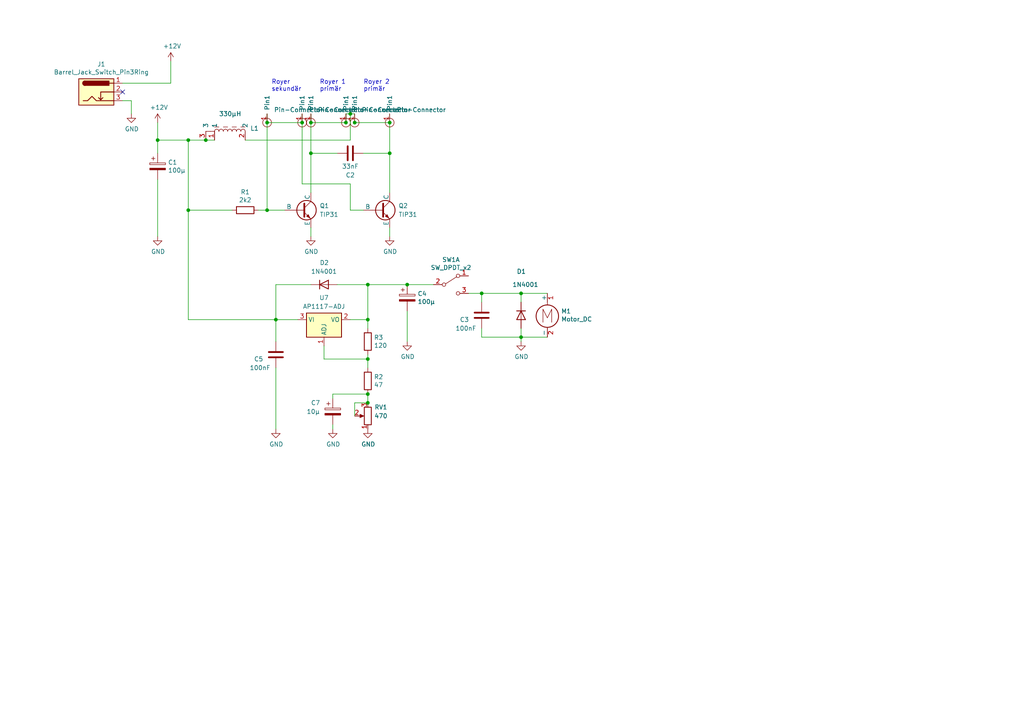
<source format=kicad_sch>
(kicad_sch (version 20230121) (generator eeschema)
  (paper "A4")
  (title_block (title "RD40_PS_V1") (date "2021-01-03") (rev "V1") (company "Ludwin Monz") (comment 1 "you may not use the material for commercial purposes") (comment 2 "you may use non-commercially, adapt, share alike") (comment 3 "https://creativecommons.org/licenses/by-nc-sa/4.0/") (comment 4 "License: Creative Commons Attribution-Non-Commercial (CC BY-NC-SA)"))
  (lib_symbols
    (symbol "Connector:Barrel_Jack_Switch_Pin3Ring" (pin_names hide)
      (property "Reference" "J" (at 0 5.334 0))
      (property "Value" "Barrel_Jack_Switch_Pin3Ring" (at 0 -5.08 0))
      (symbol "Barrel_Jack_Switch_Pin3Ring_0_1"
        (rectangle (start -5.08 3.81) (end 5.08 -3.81) (stroke (width 0.254)) (fill (type background)))
        (arc (start -3.302 3.175) (mid -3.9343 2.54) (end -3.302 1.905) (stroke (width 0.254)))
        (arc (start -3.302 3.175) (mid -3.9343 2.54) (end -3.302 1.905) (stroke (width 0.254)) (fill (type outline)))
        (polyline (pts (xy 1.27 -2.286) (xy 1.905 -1.651)) (stroke (width 0.254)))
        (polyline (pts (xy 5.08 2.54) (xy 3.81 2.54)) (stroke (width 0.254)))
        (polyline (pts (xy 5.08 0) (xy 1.27 0) (xy 1.27 -2.286) (xy 0.635 -1.651)) (stroke (width 0.254)))
        (polyline (pts (xy -3.81 -2.54) (xy -2.54 -2.54) (xy -1.27 -1.27) (xy 0 -2.54) (xy 2.54 -2.54) (xy 5.08 -2.54)) (stroke (width 0.254)))
        (rectangle (start 3.683 3.175) (end -3.302 1.905) (stroke (width 0.254)) (fill (type outline)))
      )
      (symbol "Barrel_Jack_Switch_Pin3Ring_1_1"
        (pin passive line (at 7.62 2.54 180) (length 2.54) (name "~") (number "1"))
        (pin passive line (at 7.62 0 180) (length 2.54) (name "~") (number "2"))
        (pin passive line (at 7.62 -2.54 180) (length 2.54) (name "~") (number "3"))
      )
    )
    (symbol "Device:C" (pin_numbers hide) (pin_names (offset 0.254))
      (property "Reference" "C" (at 0.635 2.54 0))
      (property "Value" "C" (at 0.635 -2.54 0))
      (symbol "C_0_1"
        (polyline (pts (xy -2.032 -0.762) (xy 2.032 -0.762)) (stroke (width 0.508)))
        (polyline (pts (xy -2.032 0.762) (xy 2.032 0.762)) (stroke (width 0.508)))
      )
      (symbol "C_1_1"
        (pin passive line (at 0 3.81 270) (length 2.794) (name "~") (number "1"))
        (pin passive line (at 0 -3.81 90) (length 2.794) (name "~") (number "2"))
      )
    )
    (symbol "Device:R" (pin_numbers hide) (pin_names (offset 0))
      (property "Reference" "R" (at 2.032 0 90))
      (property "Value" "R" (at 0 0 90))
      (symbol "R_0_1"
        (rectangle (start -1.016 -2.54) (end 1.016 2.54) (stroke (width 0.254)))
      )
      (symbol "R_1_1"
        (pin passive line (at 0 3.81 270) (length 1.27) (name "~") (number "1"))
        (pin passive line (at 0 -3.81 90) (length 1.27) (name "~") (number "2"))
      )
    )
    (symbol "Diode:1N4001" (pin_numbers hide) (pin_names hide)
      (property "Reference" "D" (at 0 2.54 0))
      (property "Value" "1N4001" (at 0 -2.54 0))
      (symbol "1N4001_0_1"
        (polyline (pts (xy -1.27 1.27) (xy -1.27 -1.27)) (stroke (width 0.254)))
        (polyline (pts (xy 1.27 0) (xy -1.27 0)))
        (polyline (pts (xy 1.27 1.27) (xy 1.27 -1.27) (xy -1.27 0) (xy 1.27 1.27)) (stroke (width 0.254)))
      )
      (symbol "1N4001_1_1"
        (pin passive line (at -3.81 0 0) (length 2.54) (name "K") (number "1"))
        (pin passive line (at 3.81 0 180) (length 2.54) (name "A") (number "2"))
      )
    )
    (symbol "Motor:Motor_DC" (pin_names (offset 0))
      (property "Reference" "M" (at 2.54 2.54 0))
      (property "Value" "Motor_DC" (at 2.54 -5.08 0))
      (symbol "Motor_DC_0_0"
        (polyline (pts (xy -1.27 -3.302) (xy -1.27 0.508) (xy 0 -2.032) (xy 1.27 0.508) (xy 1.27 -3.302)))
      )
      (symbol "Motor_DC_0_1"
        (circle (center 0 -1.524) (radius 3.2512) (stroke (width 0.254)))
        (polyline (pts (xy 0 -7.62) (xy 0 -7.112)))
        (polyline (pts (xy 0 -4.7752) (xy 0 -5.1816)))
        (polyline (pts (xy 0 1.7272) (xy 0 2.0828)))
        (polyline (pts (xy 0 2.032) (xy 0 2.54)))
      )
      (symbol "Motor_DC_1_1"
        (pin passive line (at 0 5.08 270) (length 2.54) (name "+") (number "1"))
        (pin passive line (at 0 -7.62 90) (length 2.54) (name "-") (number "2"))
      )
    )
    (symbol "RD40_PS_V1-rescue:CP-Device" (pin_numbers hide) (pin_names (offset 0.254))
      (property "Reference" "C" (at 0.635 2.54 0))
      (property "Value" "Device_CP" (at 0.635 -2.54 0))
      (symbol "CP-Device_0_1"
        (rectangle (start -2.286 0.508) (end 2.286 1.016))
        (polyline (pts (xy -1.778 2.286) (xy -0.762 2.286)))
        (polyline (pts (xy -1.27 2.794) (xy -1.27 1.778)))
        (rectangle (start 2.286 -0.508) (end -2.286 -1.016) (fill (type outline)))
      )
      (symbol "CP-Device_1_1"
        (pin passive line (at 0 3.81 270) (length 2.794) (name "~") (number "1"))
        (pin passive line (at 0 -3.81 90) (length 2.794) (name "~") (number "2"))
      )
    )
    (symbol "RD40_PS_V1-rescue:R_POT-Device" (pin_names (offset 1.016) hide)
      (property "Reference" "RV" (at -4.445 0 90))
      (property "Value" "Device_R_POT" (at -2.54 0 90))
      (symbol "R_POT-Device_0_1"
        (polyline (pts (xy 2.54 0) (xy 1.524 0)))
        (polyline (pts (xy 1.143 0) (xy 2.286 0.508) (xy 2.286 -0.508) (xy 1.143 0)) (fill (type outline)))
        (rectangle (start 1.016 2.54) (end -1.016 -2.54) (stroke (width 0.254)))
      )
      (symbol "R_POT-Device_1_1"
        (pin passive line (at 0 3.81 270) (length 1.27) (name "1") (number "1"))
        (pin passive line (at 3.81 0 180) (length 1.27) (name "2") (number "2"))
        (pin passive line (at 0 -3.81 90) (length 1.27) (name "3") (number "3"))
      )
    )
    (symbol "Regulator_Linear:AP1117-ADJ"
      (property "Reference" "U" (at -3.81 3.175 0))
      (property "Value" "AP1117-ADJ" (at 0 3.175 0))
      (symbol "AP1117-ADJ_0_1"
        (rectangle (start -5.08 -5.08) (end 5.08 1.905) (stroke (width 0.254)) (fill (type background)))
      )
      (symbol "AP1117-ADJ_1_1"
        (pin input line (at 0 -7.62 90) (length 2.54) (name "ADJ") (number "1"))
        (pin power_out line (at 7.62 0 180) (length 2.54) (name "VO") (number "2"))
        (pin power_in line (at -7.62 0 0) (length 2.54) (name "VI") (number "3"))
      )
    )
    (symbol "Simulation_SPICE:NPN" (pin_numbers hide) (pin_names (offset 0))
      (property "Reference" "Q" (at -2.54 7.62 0))
      (property "Value" "NPN" (at -2.54 5.08 0))
      (symbol "NPN_0_1"
        (polyline (pts (xy -2.54 0) (xy 0.635 0)) (stroke (width 0.1524)))
        (polyline (pts (xy 0.635 0.635) (xy 2.54 2.54)))
        (polyline (pts (xy 2.794 -1.27) (xy 2.794 -1.27)) (stroke (width 0.1524)))
        (polyline (pts (xy 2.794 -1.27) (xy 2.794 -1.27)) (stroke (width 0.1524)))
        (polyline (pts (xy 0.635 -0.635) (xy 2.54 -2.54) (xy 2.54 -2.54)))
        (polyline (pts (xy 0.635 1.905) (xy 0.635 -1.905) (xy 0.635 -1.905)) (stroke (width 0.508)))
        (polyline (pts (xy 1.27 -1.778) (xy 1.778 -1.27) (xy 2.286 -2.286) (xy 1.27 -1.778) (xy 1.27 -1.778)) (fill (type outline)))
        (circle (center 1.27 0) (radius 2.8194) (stroke (width 0.254)))
      )
      (symbol "NPN_1_1"
        (pin open_collector line (at 2.54 5.08 270) (length 2.54) (name "C") (number "1"))
        (pin input line (at -5.08 0 0) (length 2.54) (name "B") (number "2"))
        (pin open_emitter line (at 2.54 -5.08 90) (length 2.54) (name "E") (number "3"))
      )
    )
    (symbol "Switch:SW_DPDT_x2" (pin_names (offset 0) hide)
      (property "Reference" "SW" (at 0 4.318 0))
      (property "Value" "SW_DPDT_x2" (at 0 -5.08 0))
      (symbol "SW_DPDT_x2_0_0"
        (circle (center -2.032 0) (radius 0.508))
        (circle (center 2.032 -2.54) (radius 0.508))
      )
      (symbol "SW_DPDT_x2_0_1"
        (polyline (pts (xy -1.524 0.254) (xy 1.651 2.286)))
        (circle (center 2.032 2.54) (radius 0.508))
      )
      (symbol "SW_DPDT_x2_1_1"
        (pin passive line (at 5.08 2.54 180) (length 2.54) (name "A") (number "1"))
        (pin passive line (at -5.08 0 0) (length 2.54) (name "B") (number "2"))
        (pin passive line (at 5.08 -2.54 180) (length 2.54) (name "C") (number "3"))
      )
      (symbol "SW_DPDT_x2_2_1"
        (pin passive line (at 5.08 2.54 180) (length 2.54) (name "A") (number "4"))
        (pin passive line (at -5.08 0 0) (length 2.54) (name "B") (number "5"))
        (pin passive line (at 5.08 -2.54 180) (length 2.54) (name "C") (number "6"))
      )
    )
    (symbol "my_symbols:Pin-Connector" (pin_names (offset 1.016))
      (property "Value" "Pin-Connector" (at 0 0 0))
      (symbol "Pin-Connector_0_1"
        (circle (center 0 -2.54) (radius 1.27))
      )
      (symbol "Pin-Connector_1_1"
        (pin input line (at 0 -2.54 0) (length 2.54) (name "Pin1") (number "1"))
      )
    )
    (symbol "my_symbols:coil_2size" (pin_names (offset 1.016))
      (property "Reference" "L" (at 7.62 3.81 0))
      (property "Value" "coil_2size" (at 0 3.81 0))
      (symbol "coil_2size_0_1"
        (arc (start -1.27 0) (mid -1.905 0.6323) (end -2.54 0))
        (arc (start -1.27 0) (mid -1.27 0) (end -1.27 0))
        (arc (start 0 0) (mid -0.635 0.6323) (end -1.27 0))
        (polyline (pts (xy -5.08 0) (xy -3.81 0)))
        (polyline (pts (xy -3.81 0) (xy -2.54 0)))
        (polyline (pts (xy -2.54 1.27) (xy -1.27 1.27)))
        (polyline (pts (xy 0 1.27) (xy 1.27 1.27)))
        (polyline (pts (xy 2.54 1.27) (xy 3.81 1.27)))
        (polyline (pts (xy 5.08 1.27) (xy 6.35 1.27)))
        (arc (start 1.27 0) (mid 0.635 0.6323) (end 0 0))
        (arc (start 2.54 0) (mid 1.905 0.6323) (end 1.27 0))
        (arc (start 3.81 0) (mid 3.175 0.6323) (end 2.54 0))
        (arc (start 5.08 0) (mid 4.445 0.6323) (end 3.81 0))
        (arc (start 6.35 0) (mid 5.715 0.6323) (end 5.08 0))
      )
      (symbol "coil_2size_1_1"
        (pin input line (at -2.54 -2.54 90) (length 2.54) (name "1") (number "1"))
        (pin input line (at 6.35 -2.54 90) (length 2.54) (name "2") (number "2"))
        (pin input line (at -5.08 -2.54 90) (length 2.54) (name "3") (number "3"))
      )
    )
    (symbol "power:+12V" (power) (pin_names (offset 0))
      (property "Value" "+12V" (at 0 3.556 0))
      (symbol "+12V_0_1"
        (polyline (pts (xy -0.762 1.27) (xy 0 2.54)))
        (polyline (pts (xy 0 0) (xy 0 2.54)))
        (polyline (pts (xy 0 2.54) (xy 0.762 1.27)))
      )
      (symbol "+12V_1_1"
        (pin power_in line (at 0 0 90) (length 0) hide (name "+12V") (number "1"))
      )
    )
    (symbol "power:GND" (power) (pin_names (offset 0))
      (property "Value" "GND" (at 0 -3.81 0))
      (symbol "GND_0_1"
        (polyline (pts (xy 0 0) (xy 0 -1.27) (xy 1.27 -1.27) (xy 0 -2.54) (xy -1.27 -1.27) (xy 0 -1.27)))
      )
      (symbol "GND_1_1"
        (pin power_in line (at 0 0 270) (length 0) hide (name "GND") (number "1"))
      )
    )
  )
  (junction (at 106.68 82.55))
  (junction (at 118.11 82.55))
  (junction (at 106.68 92.71))
  (junction (at 101.6 33.02))
  (junction (at 151.13 97.79))
  (junction (at 77.47 60.96))
  (junction (at 139.7 85.09))
  (junction (at 54.61 60.96))
  (junction (at 106.68 114.3))
  (junction (at 45.72 40.64))
  (junction (at 106.68 104.14))
  (junction (at 54.61 40.64))
  (junction (at 100.33 35.56))
  (junction (at 113.03 44.45))
  (junction (at 151.13 85.09))
  (junction (at 102.87 35.56))
  (junction (at 113.03 35.56))
  (junction (at 90.17 35.56))
  (junction (at 106.68 116.84))
  (junction (at 59.69 40.64))
  (junction (at 80.01 92.71))
  (junction (at 77.47 35.56))
  (junction (at 87.63 35.56))
  (junction (at 90.17 44.45))
  (no_connect (at 35.56 26.67))
  (wire (pts (xy 113.03 35.56) (xy 113.03 44.45)))
  (wire (pts (xy 135.89 85.09) (xy 139.7 85.09)))
  (wire (pts (xy 106.68 95.25) (xy 106.68 92.71)))
  (wire (pts (xy 105.41 44.45) (xy 113.03 44.45)))
  (wire (pts (xy 118.11 99.06) (xy 118.11 90.17)))
  (wire (pts (xy 101.6 92.71) (xy 106.68 92.71)))
  (wire (pts (xy 45.72 52.07) (xy 45.72 68.58)))
  (wire (pts (xy 93.98 100.33) (xy 93.98 104.14)))
  (wire (pts (xy 106.68 116.84) (xy 106.68 114.3)))
  (wire (pts (xy 101.6 40.64) (xy 71.12 40.64)))
  (wire (pts (xy 96.52 124.46) (xy 96.52 123.19)))
  (wire (pts (xy 100.33 33.02) (xy 101.6 33.02)))
  (wire (pts (xy 54.61 60.96) (xy 54.61 40.64)))
  (wire (pts (xy 151.13 87.63) (xy 151.13 85.09)))
  (wire (pts (xy 90.17 82.55) (xy 80.01 82.55)))
  (wire (pts (xy 101.6 33.02) (xy 102.87 33.02)))
  (wire (pts (xy 80.01 92.71) (xy 86.36 92.71)))
  (wire (pts (xy 49.53 24.13) (xy 49.53 17.78)))
  (wire (pts (xy 101.6 53.34) (xy 101.6 60.96)))
  (wire (pts (xy 106.68 104.14) (xy 106.68 102.87)))
  (wire (pts (xy 45.72 35.56) (xy 45.72 40.64)))
  (wire (pts (xy 54.61 40.64) (xy 45.72 40.64)))
  (wire (pts (xy 80.01 82.55) (xy 80.01 92.71)))
  (wire (pts (xy 59.69 40.64) (xy 54.61 40.64)))
  (wire (pts (xy 96.52 114.3) (xy 106.68 114.3)))
  (wire (pts (xy 54.61 60.96) (xy 54.61 92.71)))
  (wire (pts (xy 54.61 92.71) (xy 80.01 92.71)))
  (wire (pts (xy 101.6 60.96) (xy 105.41 60.96)))
  (wire (pts (xy 80.01 106.68) (xy 80.01 124.46)))
  (wire (pts (xy 102.87 35.56) (xy 102.87 33.02)))
  (wire (pts (xy 87.63 35.56) (xy 87.63 53.34)))
  (wire (pts (xy 118.11 82.55) (xy 125.73 82.55)))
  (wire (pts (xy 97.79 82.55) (xy 106.68 82.55)))
  (wire (pts (xy 77.47 60.96) (xy 82.55 60.96)))
  (wire (pts (xy 113.03 44.45) (xy 113.03 55.88)))
  (wire (pts (xy 102.87 120.65) (xy 102.87 116.84)))
  (wire (pts (xy 106.68 82.55) (xy 118.11 82.55)))
  (wire (pts (xy 113.03 33.02) (xy 113.03 35.56)))
  (wire (pts (xy 151.13 97.79) (xy 158.75 97.79)))
  (wire (pts (xy 97.79 44.45) (xy 90.17 44.45)))
  (wire (pts (xy 106.68 106.68) (xy 106.68 104.14)))
  (wire (pts (xy 101.6 33.02) (xy 101.6 40.64)))
  (wire (pts (xy 93.98 104.14) (xy 106.68 104.14)))
  (wire (pts (xy 100.33 35.56) (xy 100.33 33.02)))
  (wire (pts (xy 80.01 92.71) (xy 80.01 99.06)))
  (wire (pts (xy 100.33 35.56) (xy 90.17 35.56)))
  (wire (pts (xy 151.13 95.25) (xy 151.13 97.79)))
  (wire (pts (xy 59.69 40.64) (xy 62.23 40.64)))
  (wire (pts (xy 87.63 33.02) (xy 87.63 35.56)))
  (wire (pts (xy 77.47 60.96) (xy 74.93 60.96)))
  (wire (pts (xy 87.63 35.56) (xy 77.47 35.56)))
  (wire (pts (xy 113.03 68.58) (xy 113.03 66.04)))
  (wire (pts (xy 45.72 40.64) (xy 45.72 44.45)))
  (wire (pts (xy 139.7 97.79) (xy 151.13 97.79)))
  (wire (pts (xy 106.68 92.71) (xy 106.68 82.55)))
  (wire (pts (xy 87.63 53.34) (xy 101.6 53.34)))
  (wire (pts (xy 113.03 35.56) (xy 102.87 35.56)))
  (wire (pts (xy 77.47 33.02) (xy 77.47 35.56)))
  (wire (pts (xy 139.7 85.09) (xy 151.13 85.09)))
  (wire (pts (xy 90.17 35.56) (xy 90.17 44.45)))
  (wire (pts (xy 90.17 33.02) (xy 90.17 35.56)))
  (wire (pts (xy 151.13 85.09) (xy 158.75 85.09)))
  (wire (pts (xy 77.47 35.56) (xy 77.47 60.96)))
  (wire (pts (xy 96.52 115.57) (xy 96.52 114.3)))
  (wire (pts (xy 139.7 87.63) (xy 139.7 85.09)))
  (wire (pts (xy 67.31 60.96) (xy 54.61 60.96)))
  (wire (pts (xy 35.56 24.13) (xy 49.53 24.13)))
  (wire (pts (xy 139.7 95.25) (xy 139.7 97.79)))
  (wire (pts (xy 90.17 68.58) (xy 90.17 66.04)))
  (wire (pts (xy 90.17 44.45) (xy 90.17 55.88)))
  (wire (pts (xy 151.13 97.79) (xy 151.13 99.06)))
  (wire (pts (xy 35.56 29.21) (xy 38.1 29.21)))
  (wire (pts (xy 38.1 29.21) (xy 38.1 33.02)))
  (wire (pts (xy 102.87 116.84) (xy 106.68 116.84)))
  (text "Royer 2\nprimär" (at 105.41 26.67 0) (effects (font (size 1.27 1.27)) (justify left bottom)))
  (text "Royer\nsekundär" (at 78.74 26.67 0) (effects (font (size 1.27 1.27)) (justify left bottom)))
  (text "Royer 1\nprimär" (at 92.71 26.67 0) (effects (font (size 1.27 1.27)) (justify left bottom)))
  (symbol (lib_id "RD40_PS_V1-rescue:CP-Device") (at 45.72 48.26 0) (unit 1)
    (property "Reference" "C1" (at 48.7172 47.0916 0) (effects (justify left)))
    (property "Value" "100µ" (at 48.7172 49.403 0) (effects (justify left)))
    (property "Footprint" "Capacitor_THT:CP_Radial_D6.3mm_P2.50mm" (effects hide))
  )
  (symbol (lib_id "power:+12V") (at 45.72 35.56 0) (unit 1)
    (property "Reference" "#PWR01" (effects hide))
    (property "Value" "+12V" (at 46.101 31.1658 0))
  )
  (symbol (lib_id "my_symbols:coil_2size") (at 64.77 38.1 0) (unit 1)
    (property "Reference" "L1" (at 72.5932 37.2364 0) (effects (justify left)))
    (property "Value" "330µH" (at 63.5 33.02 0) (effects (justify left)))
    (property "Footprint" "my_footprints:L_vertical12" (effects hide))
  )
  (symbol (lib_id "Device:C") (at 101.6 44.45 270) (unit 1)
    (property "Reference" "C2" (at 101.6 50.8 90))
    (property "Value" "33nF" (at 101.6 48.26 90))
    (property "Footprint" "my_footprints:MKP10_630V" (effects hide))
  )
  (symbol (lib_id "Device:R") (at 71.12 60.96 270) (unit 1)
    (property "Reference" "R1" (at 71.12 55.7022 90))
    (property "Value" "2k2" (at 71.12 58.0136 90))
    (property "Footprint" "Resistor_THT:R_Axial_DIN0207_L6.3mm_D2.5mm_P10.16mm_Horizontal" (effects hide))
  )
  (symbol (lib_id "Connector:Barrel_Jack_Switch_Pin3Ring") (at 27.94 26.67 0) (unit 1)
    (property "Reference" "J1" (at 29.3878 18.6182 0))
    (property "Value" "Barrel_Jack_Switch_Pin3Ring" (at 29.3878 20.9296 0))
    (property "Footprint" "my_footprints:GRAVITECH_CON-SOCJ-2155" (effects hide))
  )
  (symbol (lib_id "power:+12V") (at 49.53 17.78 0) (unit 1)
    (property "Reference" "#PWR02" (effects hide))
    (property "Value" "+12V" (at 49.911 13.3858 0))
  )
  (symbol (lib_id "power:GND") (at 38.1 33.02 0) (unit 1)
    (property "Reference" "#PWR0118" (effects hide))
    (property "Value" "GND" (at 38.227 37.4142 0))
  )
  (symbol (lib_id "power:GND") (at 45.72 68.58 0) (unit 1)
    (property "Reference" "#PWR0119" (effects hide))
    (property "Value" "GND" (at 45.847 72.9742 0))
  )
  (symbol (lib_id "power:GND") (at 90.17 68.58 0) (unit 1)
    (property "Reference" "#PWR0120" (effects hide))
    (property "Value" "GND" (at 90.297 72.9742 0))
  )
  (symbol (lib_id "power:GND") (at 113.03 68.58 0) (unit 1)
    (property "Reference" "#PWR0121" (effects hide))
    (property "Value" "GND" (at 113.157 72.9742 0))
  )
  (symbol (lib_id "my_symbols:Pin-Connector") (at 74.93 35.56 90) (unit 1)
    (property "Reference" "U1" (effects hide))
    (property "Value" "Pin-Connector" (at 79.4512 31.8516 90) (effects (justify right)))
    (property "Footprint" "my_footprints:Pin_2mm" (effects hide))
  )
  (symbol (lib_id "my_symbols:Pin-Connector") (at 85.09 35.56 90) (unit 1)
    (property "Reference" "U2" (effects hide))
    (property "Value" "Pin-Connector" (at 89.6112 31.8516 90) (effects (justify right)))
    (property "Footprint" "my_footprints:Pin_2mm" (effects hide))
  )
  (symbol (lib_id "my_symbols:Pin-Connector") (at 87.63 35.56 90) (unit 1)
    (property "Reference" "U3" (effects hide))
    (property "Value" "Pin-Connector" (at 92.1512 31.8516 90) (effects (justify right)))
    (property "Footprint" "my_footprints:Pin_2mm" (effects hide))
  )
  (symbol (lib_id "my_symbols:Pin-Connector") (at 97.79 35.56 90) (unit 1)
    (property "Reference" "U4" (effects hide))
    (property "Value" "Pin-Connector" (at 102.3112 31.8516 90) (effects (justify right)))
    (property "Footprint" "my_footprints:Pin_2mm" (effects hide))
  )
  (symbol (lib_id "my_symbols:Pin-Connector") (at 100.33 35.56 90) (unit 1)
    (property "Reference" "U5" (effects hide))
    (property "Value" "Pin-Connector" (at 104.8512 31.8516 90) (effects (justify right)))
    (property "Footprint" "my_footprints:Pin_2mm" (effects hide))
  )
  (symbol (lib_id "my_symbols:Pin-Connector") (at 110.49 35.56 90) (unit 1)
    (property "Reference" "U6" (effects hide))
    (property "Value" "Pin-Connector" (at 115.0112 31.8516 90) (effects (justify right)))
    (property "Footprint" "my_footprints:Pin_2mm" (effects hide))
  )
  (symbol (lib_id "Device:R") (at 106.68 110.49 0) (unit 1)
    (property "Reference" "R2" (at 108.458 109.3216 0) (effects (justify left)))
    (property "Value" "47" (at 108.458 111.633 0) (effects (justify left)))
    (property "Footprint" "Resistor_THT:R_Axial_DIN0207_L6.3mm_D2.5mm_P10.16mm_Horizontal" (effects hide))
  )
  (symbol (lib_id "RD40_PS_V1-rescue:R_POT-Device") (at 106.68 120.65 180) (unit 1)
    (property "Reference" "RV1" (at 110.49 118.11 0))
    (property "Value" "470" (at 110.49 120.65 0))
    (property "Footprint" "my_footprints:Poti_10mm" (effects hide))
  )
  (symbol (lib_id "Device:C") (at 139.7 91.44 0) (unit 1)
    (property "Reference" "C3" (at 133.35 92.71 0) (effects (justify left)))
    (property "Value" "100nF" (at 132.08 95.25 0) (effects (justify left)))
    (property "Footprint" "Capacitor_THT:C_Rect_L7.0mm_W2.0mm_P5.00mm" (effects hide))
  )
  (symbol (lib_id "power:GND") (at 106.68 124.46 0) (unit 1)
    (property "Reference" "#PWR0101" (effects hide))
    (property "Value" "GND" (at 106.807 128.8542 0))
  )
  (symbol (lib_id "Switch:SW_DPDT_x2") (at 130.81 82.55 0) (unit 1)
    (property "Reference" "SW1" (at 130.81 75.311 0))
    (property "Value" "SW_DPDT_x2" (at 130.81 77.6224 0))
    (property "Footprint" "my_footprints:Switch1" (effects hide))
  )
  (symbol (lib_id "power:GND") (at 151.13 99.06 0) (unit 1)
    (property "Reference" "#PWR0104" (effects hide))
    (property "Value" "GND" (at 151.257 103.4542 0))
  )
  (symbol (lib_id "Device:R") (at 106.68 99.06 0) (unit 1)
    (property "Reference" "R3" (at 108.458 97.8916 0) (effects (justify left)))
    (property "Value" "120" (at 108.458 100.203 0) (effects (justify left)))
    (property "Footprint" "Resistor_THT:R_Axial_DIN0207_L6.3mm_D2.5mm_P10.16mm_Horizontal" (effects hide))
  )
  (symbol (lib_id "Motor:Motor_DC") (at 158.75 90.17 0) (unit 1)
    (property "Reference" "M1" (at 162.7632 90.2716 0) (effects (justify left)))
    (property "Value" "Motor_DC" (at 162.7632 92.583 0) (effects (justify left)))
    (property "Footprint" "my_footprints:motor" (effects hide))
  )
  (symbol (lib_id "Diode:1N4001") (at 151.13 91.44 270) (unit 1)
    (property "Reference" "D1" (at 149.86 78.74 90) (effects (justify left)))
    (property "Value" "1N4001" (at 148.59 82.55 90) (effects (justify left)))
    (property "Footprint" "Diode_THT:D_DO-41_SOD81_P10.16mm_Horizontal" (effects hide))
    (property "Datasheet" "http://www.vishay.com/docs/88503/1n4001.pdf" (effects hide))
  )
  (symbol (lib_id "power:GND") (at 96.52 124.46 0) (unit 1)
    (property "Reference" "#PWR0105" (effects hide))
    (property "Value" "GND" (at 96.647 128.8542 0))
  )
  (symbol (lib_id "Diode:1N4001") (at 93.98 82.55 0) (unit 1)
    (property "Reference" "D2" (at 92.71 76.2 0) (effects (justify left)))
    (property "Value" "1N4001" (at 90.17 78.74 0) (effects (justify left)))
    (property "Footprint" "Diode_THT:D_DO-41_SOD81_P10.16mm_Horizontal" (effects hide))
    (property "Datasheet" "http://www.vishay.com/docs/88503/1n4001.pdf" (effects hide))
  )
  (symbol (lib_id "Device:C") (at 80.01 102.87 0) (unit 1)
    (property "Reference" "C5" (at 73.66 104.14 0) (effects (justify left)))
    (property "Value" "100nF" (at 72.39 106.68 0) (effects (justify left)))
    (property "Footprint" "Capacitor_THT:C_Rect_L7.0mm_W2.0mm_P5.00mm" (effects hide))
  )
  (symbol (lib_id "power:GND") (at 80.01 124.46 0) (unit 1)
    (property "Reference" "#PWR0102" (effects hide))
    (property "Value" "GND" (at 80.137 128.8542 0))
  )
  (symbol (lib_id "RD40_PS_V1-rescue:CP-Device") (at 118.11 86.36 0) (unit 1)
    (property "Reference" "C4" (at 121.1072 85.1916 0) (effects (justify left)))
    (property "Value" "100µ" (at 121.1072 87.503 0) (effects (justify left)))
    (property "Footprint" "Capacitor_THT:CP_Radial_D6.3mm_P2.50mm" (effects hide))
  )
  (symbol (lib_id "power:GND") (at 118.11 99.06 0) (unit 1)
    (property "Reference" "#PWR0103" (effects hide))
    (property "Value" "GND" (at 118.237 103.4542 0))
  )
  (symbol (lib_id "Simulation_SPICE:NPN") (at 87.63 60.96 0) (unit 1)
    (property "Reference" "Q1" (at 92.71 59.69 0) (effects (justify left)))
    (property "Value" "TIP31" (at 92.71 62.23 0) (effects (justify left)))
    (property "Sim.Device" "NPN" (effects hide))
    (property "Sim.Type" "GUMMELPOON" (effects hide))
    (property "Sim.Pins" "1=C 2=B 3=E" (effects hide))
  )
  (symbol (lib_id "RD40_PS_V1-rescue:CP-Device") (at 96.52 119.38 0) (unit 1)
    (property "Reference" "C7" (at 90.17 116.84 0) (effects (justify left)))
    (property "Value" "10µ" (at 88.9 119.38 0) (effects (justify left)))
    (property "Footprint" "Capacitor_THT:CP_Radial_D6.3mm_P2.50mm" (effects hide))
  )
  (symbol (lib_id "Simulation_SPICE:NPN") (at 110.49 60.96 0) (unit 1)
    (property "Reference" "Q2" (at 115.57 59.69 0) (effects (justify left)))
    (property "Value" "TIP31" (at 115.57 62.23 0) (effects (justify left)))
    (property "Sim.Device" "NPN" (effects hide))
    (property "Sim.Type" "GUMMELPOON" (effects hide))
    (property "Sim.Pins" "1=C 2=B 3=E" (effects hide))
  )
  (symbol (lib_id "Regulator_Linear:AP1117-ADJ") (at 93.98 92.71 0) (unit 1)
    (property "Reference" "U7" (at 93.98 86.36 0))
    (property "Value" "AP1117-ADJ" (at 93.98 88.9 0))
    (property "Footprint" "Package_TO_SOT_SMD:SOT-223-3_TabPin2" (effects hide))
    (property "Datasheet" "http://www.diodes.com/datasheets/AP1117.pdf" (effects hide))
  )
)
</source>
